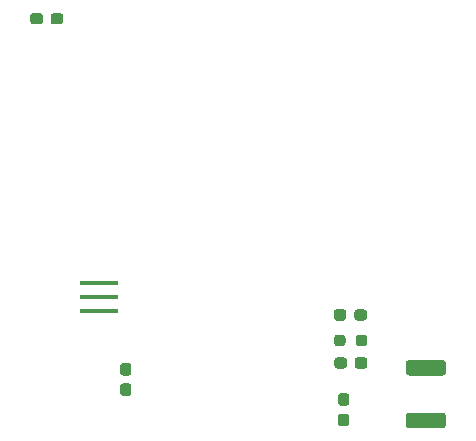
<source format=gbr>
G04 #@! TF.GenerationSoftware,KiCad,Pcbnew,5.1.7-a382d34a8~88~ubuntu18.04.1*
G04 #@! TF.CreationDate,2021-02-25T09:38:48-05:00*
G04 #@! TF.ProjectId,Dash_Left,44617368-5f4c-4656-9674-2e6b69636164,rev?*
G04 #@! TF.SameCoordinates,Original*
G04 #@! TF.FileFunction,Paste,Bot*
G04 #@! TF.FilePolarity,Positive*
%FSLAX46Y46*%
G04 Gerber Fmt 4.6, Leading zero omitted, Abs format (unit mm)*
G04 Created by KiCad (PCBNEW 5.1.7-a382d34a8~88~ubuntu18.04.1) date 2021-02-25 09:38:48*
%MOMM*%
%LPD*%
G01*
G04 APERTURE LIST*
%ADD10R,3.200000X0.400000*%
G04 APERTURE END LIST*
D10*
X156210000Y-103194000D03*
X156210000Y-104394000D03*
X156210000Y-105594000D03*
G36*
G01*
X177097500Y-107839500D02*
X177097500Y-108314500D01*
G75*
G02*
X176860000Y-108552000I-237500J0D01*
G01*
X176360000Y-108552000D01*
G75*
G02*
X176122500Y-108314500I0J237500D01*
G01*
X176122500Y-107839500D01*
G75*
G02*
X176360000Y-107602000I237500J0D01*
G01*
X176860000Y-107602000D01*
G75*
G02*
X177097500Y-107839500I0J-237500D01*
G01*
G37*
G36*
G01*
X178922500Y-107839500D02*
X178922500Y-108314500D01*
G75*
G02*
X178685000Y-108552000I-237500J0D01*
G01*
X178185000Y-108552000D01*
G75*
G02*
X177947500Y-108314500I0J237500D01*
G01*
X177947500Y-107839500D01*
G75*
G02*
X178185000Y-107602000I237500J0D01*
G01*
X178685000Y-107602000D01*
G75*
G02*
X178922500Y-107839500I0J-237500D01*
G01*
G37*
G36*
G01*
X185346000Y-111048600D02*
X182446000Y-111048600D01*
G75*
G02*
X182196000Y-110798600I0J250000D01*
G01*
X182196000Y-109998600D01*
G75*
G02*
X182446000Y-109748600I250000J0D01*
G01*
X185346000Y-109748600D01*
G75*
G02*
X185596000Y-109998600I0J-250000D01*
G01*
X185596000Y-110798600D01*
G75*
G02*
X185346000Y-111048600I-250000J0D01*
G01*
G37*
G36*
G01*
X185346000Y-115498600D02*
X182446000Y-115498600D01*
G75*
G02*
X182196000Y-115248600I0J250000D01*
G01*
X182196000Y-114448600D01*
G75*
G02*
X182446000Y-114198600I250000J0D01*
G01*
X185346000Y-114198600D01*
G75*
G02*
X185596000Y-114448600I0J-250000D01*
G01*
X185596000Y-115248600D01*
G75*
G02*
X185346000Y-115498600I-250000J0D01*
G01*
G37*
G36*
G01*
X177854120Y-106155500D02*
X177854120Y-105680500D01*
G75*
G02*
X178091620Y-105443000I237500J0D01*
G01*
X178666620Y-105443000D01*
G75*
G02*
X178904120Y-105680500I0J-237500D01*
G01*
X178904120Y-106155500D01*
G75*
G02*
X178666620Y-106393000I-237500J0D01*
G01*
X178091620Y-106393000D01*
G75*
G02*
X177854120Y-106155500I0J237500D01*
G01*
G37*
G36*
G01*
X176104120Y-106155500D02*
X176104120Y-105680500D01*
G75*
G02*
X176341620Y-105443000I237500J0D01*
G01*
X176916620Y-105443000D01*
G75*
G02*
X177154120Y-105680500I0J-237500D01*
G01*
X177154120Y-106155500D01*
G75*
G02*
X176916620Y-106393000I-237500J0D01*
G01*
X176341620Y-106393000D01*
G75*
G02*
X176104120Y-106155500I0J237500D01*
G01*
G37*
G36*
G01*
X158733500Y-111054000D02*
X158258500Y-111054000D01*
G75*
G02*
X158021000Y-110816500I0J237500D01*
G01*
X158021000Y-110216500D01*
G75*
G02*
X158258500Y-109979000I237500J0D01*
G01*
X158733500Y-109979000D01*
G75*
G02*
X158971000Y-110216500I0J-237500D01*
G01*
X158971000Y-110816500D01*
G75*
G02*
X158733500Y-111054000I-237500J0D01*
G01*
G37*
G36*
G01*
X158733500Y-112779000D02*
X158258500Y-112779000D01*
G75*
G02*
X158021000Y-112541500I0J237500D01*
G01*
X158021000Y-111941500D01*
G75*
G02*
X158258500Y-111704000I237500J0D01*
G01*
X158733500Y-111704000D01*
G75*
G02*
X158971000Y-111941500I0J-237500D01*
G01*
X158971000Y-112541500D01*
G75*
G02*
X158733500Y-112779000I-237500J0D01*
G01*
G37*
G36*
G01*
X177871000Y-110219500D02*
X177871000Y-109744500D01*
G75*
G02*
X178108500Y-109507000I237500J0D01*
G01*
X178708500Y-109507000D01*
G75*
G02*
X178946000Y-109744500I0J-237500D01*
G01*
X178946000Y-110219500D01*
G75*
G02*
X178708500Y-110457000I-237500J0D01*
G01*
X178108500Y-110457000D01*
G75*
G02*
X177871000Y-110219500I0J237500D01*
G01*
G37*
G36*
G01*
X176146000Y-110219500D02*
X176146000Y-109744500D01*
G75*
G02*
X176383500Y-109507000I237500J0D01*
G01*
X176983500Y-109507000D01*
G75*
G02*
X177221000Y-109744500I0J-237500D01*
G01*
X177221000Y-110219500D01*
G75*
G02*
X176983500Y-110457000I-237500J0D01*
G01*
X176383500Y-110457000D01*
G75*
G02*
X176146000Y-110219500I0J237500D01*
G01*
G37*
G36*
G01*
X152127000Y-81073000D02*
X152127000Y-80598000D01*
G75*
G02*
X152364500Y-80360500I237500J0D01*
G01*
X152964500Y-80360500D01*
G75*
G02*
X153202000Y-80598000I0J-237500D01*
G01*
X153202000Y-81073000D01*
G75*
G02*
X152964500Y-81310500I-237500J0D01*
G01*
X152364500Y-81310500D01*
G75*
G02*
X152127000Y-81073000I0J237500D01*
G01*
G37*
G36*
G01*
X150402000Y-81073000D02*
X150402000Y-80598000D01*
G75*
G02*
X150639500Y-80360500I237500J0D01*
G01*
X151239500Y-80360500D01*
G75*
G02*
X151477000Y-80598000I0J-237500D01*
G01*
X151477000Y-81073000D01*
G75*
G02*
X151239500Y-81310500I-237500J0D01*
G01*
X150639500Y-81310500D01*
G75*
G02*
X150402000Y-81073000I0J237500D01*
G01*
G37*
G36*
G01*
X177173900Y-113618300D02*
X176698900Y-113618300D01*
G75*
G02*
X176461400Y-113380800I0J237500D01*
G01*
X176461400Y-112780800D01*
G75*
G02*
X176698900Y-112543300I237500J0D01*
G01*
X177173900Y-112543300D01*
G75*
G02*
X177411400Y-112780800I0J-237500D01*
G01*
X177411400Y-113380800D01*
G75*
G02*
X177173900Y-113618300I-237500J0D01*
G01*
G37*
G36*
G01*
X177173900Y-115343300D02*
X176698900Y-115343300D01*
G75*
G02*
X176461400Y-115105800I0J237500D01*
G01*
X176461400Y-114505800D01*
G75*
G02*
X176698900Y-114268300I237500J0D01*
G01*
X177173900Y-114268300D01*
G75*
G02*
X177411400Y-114505800I0J-237500D01*
G01*
X177411400Y-115105800D01*
G75*
G02*
X177173900Y-115343300I-237500J0D01*
G01*
G37*
M02*

</source>
